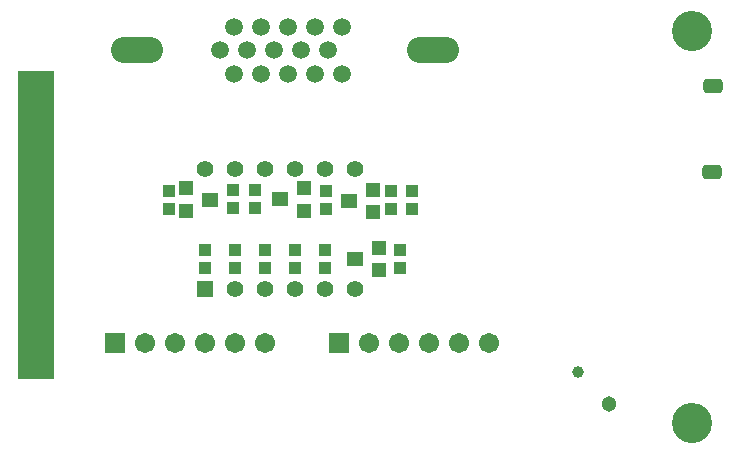
<source format=gbs>
G04 Layer_Color=16711935*
%FSLAX25Y25*%
%MOIN*%
G70*
G01*
G75*
%ADD49R,0.04300X0.04300*%
%ADD54R,0.10839X0.03162*%
%ADD57C,0.13398*%
G04:AMPARAMS|DCode=58|XSize=67.06mil|YSize=47.37mil|CornerRadius=13.84mil|HoleSize=0mil|Usage=FLASHONLY|Rotation=0.000|XOffset=0mil|YOffset=0mil|HoleType=Round|Shape=RoundedRectangle|*
%AMROUNDEDRECTD58*
21,1,0.06706,0.01969,0,0,0.0*
21,1,0.03937,0.04737,0,0,0.0*
1,1,0.02769,0.01969,-0.00984*
1,1,0.02769,-0.01969,-0.00984*
1,1,0.02769,-0.01969,0.00984*
1,1,0.02769,0.01969,0.00984*
%
%ADD58ROUNDEDRECTD58*%
%ADD59R,0.05524X0.05524*%
%ADD60C,0.05524*%
%ADD61C,0.05131*%
%ADD62C,0.03950*%
%ADD63C,0.06706*%
%ADD64R,0.06706X0.06706*%
%ADD65O,0.17335X0.08674*%
%ADD66C,0.05918*%
%ADD67R,0.12402X1.02700*%
%ADD68R,0.04800X0.04800*%
%ADD69R,0.05800X0.04800*%
D49*
X113800Y71050D02*
D03*
Y65050D02*
D03*
X110700Y84900D02*
D03*
Y90900D02*
D03*
X68900Y71050D02*
D03*
Y65050D02*
D03*
X88900Y71050D02*
D03*
Y65050D02*
D03*
X65400Y85200D02*
D03*
Y91200D02*
D03*
X48900Y71050D02*
D03*
Y65050D02*
D03*
X58900Y71050D02*
D03*
Y65050D02*
D03*
X78900Y71050D02*
D03*
Y65050D02*
D03*
X117700Y84900D02*
D03*
Y90900D02*
D03*
X58300Y85255D02*
D03*
Y91255D02*
D03*
X89200Y84900D02*
D03*
Y90900D02*
D03*
X36800D02*
D03*
Y84900D02*
D03*
D54*
X-6900Y32300D02*
D03*
Y35450D02*
D03*
Y38599D02*
D03*
Y41749D02*
D03*
Y44898D02*
D03*
Y48048D02*
D03*
Y51198D02*
D03*
Y54347D02*
D03*
Y57497D02*
D03*
Y60646D02*
D03*
Y63796D02*
D03*
Y66946D02*
D03*
Y70095D02*
D03*
Y73245D02*
D03*
Y76394D02*
D03*
Y79544D02*
D03*
Y82694D02*
D03*
Y85843D02*
D03*
Y101591D02*
D03*
Y104741D02*
D03*
Y107891D02*
D03*
Y111040D02*
D03*
Y114190D02*
D03*
Y117339D02*
D03*
Y120489D02*
D03*
X-6901Y123639D02*
D03*
D57*
X211200Y13400D02*
D03*
Y144200D02*
D03*
D58*
X218200Y125900D02*
D03*
X218000Y97157D02*
D03*
D59*
X48800Y58200D02*
D03*
D60*
X58800D02*
D03*
X68800D02*
D03*
X78800D02*
D03*
X88800D02*
D03*
X98800D02*
D03*
Y98200D02*
D03*
X88800D02*
D03*
X78800D02*
D03*
X68800D02*
D03*
X58800D02*
D03*
X48800D02*
D03*
D61*
X183643Y19886D02*
D03*
D62*
X173064Y30464D02*
D03*
D63*
X58929Y40000D02*
D03*
X48929D02*
D03*
X38929D02*
D03*
X28929D02*
D03*
X68929D02*
D03*
X133400D02*
D03*
X123400D02*
D03*
X113400D02*
D03*
X103400D02*
D03*
X143400D02*
D03*
D64*
X18929D02*
D03*
X93400D02*
D03*
D65*
X124690Y137657D02*
D03*
X26304D02*
D03*
D66*
X94513Y145453D02*
D03*
X85497D02*
D03*
X76481D02*
D03*
X67465D02*
D03*
X58450D02*
D03*
X90005Y137657D02*
D03*
X80989D02*
D03*
X71973D02*
D03*
X62958D02*
D03*
X53942D02*
D03*
X94513Y129862D02*
D03*
X85497D02*
D03*
X76481D02*
D03*
X67465D02*
D03*
X58450D02*
D03*
D67*
X-7392Y79516D02*
D03*
D68*
X106800Y64300D02*
D03*
Y71800D02*
D03*
X104900Y83700D02*
D03*
Y91200D02*
D03*
X82000Y84200D02*
D03*
Y91700D02*
D03*
X42400Y91650D02*
D03*
Y84150D02*
D03*
D69*
X98800Y68100D02*
D03*
X96900Y87500D02*
D03*
X74000Y88000D02*
D03*
X50400Y87850D02*
D03*
M02*

</source>
